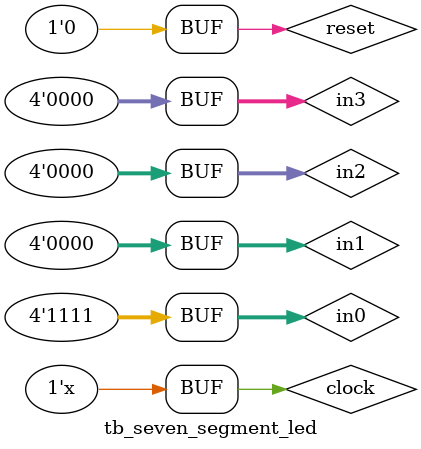
<source format=v>
`timescale 1ns / 1ps


module tb_seven_segment_led;

	// Inputs
	reg clock;
	reg reset;
	reg  [3:0]in0;
	reg  [3:0]in1;
	reg  [3:0]in2;
	reg  [3:0]in3;

	// Outputs
	wire a;
	wire b;
	wire c;
	wire d;
	wire e;
	wire f;
	wire g;
	wire dp;
	wire [3:0] an;

	// Instantiate the Unit Under Test (UUT)
	seven_segment_led uut (
		.clock(clock), 
		.reset(reset), 
		.in0(in0), 
		.in1(in1), 
		.in2(in2), 
		.in3(in3), 
		.a(a), 
		.b(b), 
		.c(c), 
		.d(d), 
		.e(e), 
		.f(f), 
		.g(g), 
		.dp(dp), 
		.an(an)
	);

	initial begin
		// Initialize Inputs
		clock = 0;
		reset = 1;
		in0 = 15;
		in1 = 0;
		in2 = 0;
		in3 = 0;
		
		
		#10 clock =1;
		#10 clock =0;reset =0;
		#10 clock =1; 
end
		// Wait 100 ns for global reset to finish
		always 
			#10 clock = ~clock;    // every ten nanoseconds invert the clock

		// Add stimulus here

	
      
endmodule


</source>
